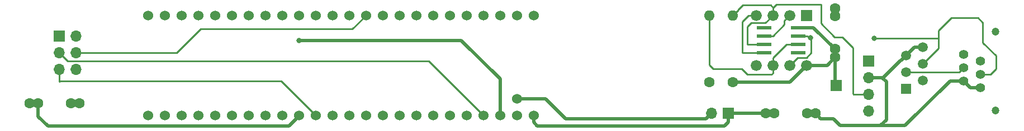
<source format=gbr>
G04 #@! TF.GenerationSoftware,KiCad,Pcbnew,(5.1.5)-3*
G04 #@! TF.CreationDate,2020-08-25T13:18:29+02:00*
G04 #@! TF.ProjectId,DNMS,444e4d53-2e6b-4696-9361-645f70636258,0.9.0*
G04 #@! TF.SameCoordinates,Original*
G04 #@! TF.FileFunction,Copper,L1,Top*
G04 #@! TF.FilePolarity,Positive*
%FSLAX46Y46*%
G04 Gerber Fmt 4.6, Leading zero omitted, Abs format (unit mm)*
G04 Created by KiCad (PCBNEW (5.1.5)-3) date 2020-08-25 13:18:29*
%MOMM*%
%LPD*%
G04 APERTURE LIST*
%ADD10C,1.400000*%
%ADD11C,1.200000*%
%ADD12R,1.520000X1.520000*%
%ADD13C,1.520000*%
%ADD14C,1.530000*%
%ADD15C,1.524000*%
%ADD16R,1.700000X1.700000*%
%ADD17R,2.200000X0.600000*%
%ADD18C,1.600000*%
%ADD19O,1.700000X1.700000*%
%ADD20R,1.676400X1.676400*%
%ADD21C,1.676400*%
%ADD22O,1.600000X1.600000*%
%ADD23C,0.800000*%
%ADD24C,0.250000*%
%ADD25C,0.500000*%
G04 APERTURE END LIST*
D10*
X203762480Y-82748280D03*
X206302480Y-83768280D03*
X203762480Y-84788280D03*
X206302480Y-85808280D03*
X203762480Y-86828280D03*
X206302480Y-87848280D03*
D11*
X208602480Y-91298280D03*
X208602480Y-79298280D03*
D12*
X195064380Y-87988140D03*
D13*
X197604380Y-86718140D03*
X195064380Y-85448140D03*
X197604380Y-84178140D03*
X195064380Y-82908140D03*
X197604380Y-81638140D03*
D14*
X138645800Y-76809600D03*
X136105800Y-76809600D03*
X133565800Y-76809600D03*
X131025800Y-76809600D03*
X128485800Y-76809600D03*
X125945800Y-76809600D03*
X123405800Y-76809600D03*
X120865800Y-76809600D03*
X118325800Y-76809600D03*
X115785800Y-76809600D03*
X113245800Y-76809600D03*
X110705800Y-76809600D03*
X108165800Y-76809600D03*
X105625800Y-76809600D03*
X103085800Y-76809600D03*
X100545800Y-76809600D03*
X105625800Y-92049600D03*
X108165800Y-92049600D03*
X110705800Y-92049600D03*
X113245800Y-92049600D03*
X115785800Y-92049600D03*
X118325800Y-92049600D03*
X120865800Y-92049600D03*
X123405800Y-92049600D03*
X125945800Y-92049600D03*
X128485800Y-92049600D03*
X131025800Y-92049600D03*
X133565800Y-92049600D03*
X136105800Y-92049600D03*
X138645800Y-92049600D03*
X98005800Y-76809600D03*
X95465800Y-76809600D03*
X92925800Y-76809600D03*
X90385800Y-76809600D03*
X87845800Y-76809600D03*
X85305800Y-76809600D03*
X82765800Y-76809600D03*
X80225800Y-76809600D03*
X103085800Y-92049600D03*
X100545800Y-92049600D03*
X98005800Y-92049600D03*
X80225800Y-92049600D03*
X82765800Y-92049600D03*
X85305800Y-92049600D03*
X87845800Y-92049600D03*
X90385800Y-92049600D03*
X92925800Y-92049600D03*
X95465800Y-92049600D03*
D15*
X136105800Y-89509600D03*
D16*
X184429400Y-87477600D03*
D17*
X178749000Y-82473800D03*
X178749000Y-81203800D03*
X178749000Y-78663800D03*
X173549000Y-82473800D03*
X173549000Y-81203800D03*
X173549000Y-78663800D03*
X178749000Y-79933800D03*
X173549000Y-79933800D03*
D18*
X180062200Y-91770200D03*
X175062200Y-91770200D03*
X173812200Y-91770200D03*
X181312200Y-91770200D03*
X184327800Y-76960400D03*
X184327800Y-81960400D03*
X184327800Y-83210400D03*
X184327800Y-75710400D03*
X63549200Y-90227400D03*
X68549200Y-90227400D03*
X69799200Y-90227400D03*
X62299200Y-90227400D03*
D19*
X69342000Y-85090000D03*
X66802000Y-85090000D03*
X69342000Y-82550000D03*
X66802000Y-82550000D03*
X69342000Y-80010000D03*
D16*
X66802000Y-80010000D03*
D19*
X189414400Y-91363800D03*
X189414400Y-88823800D03*
X189414400Y-86283800D03*
D16*
X189414400Y-83743800D03*
D19*
X165588400Y-91744800D03*
D16*
X168128400Y-91744800D03*
D20*
X179986000Y-76808000D03*
D21*
X177446000Y-76808000D03*
X174906000Y-76808000D03*
X172366000Y-76808000D03*
X172366000Y-84428000D03*
X174906000Y-84428000D03*
X177446000Y-84428000D03*
X179986000Y-84428000D03*
D22*
X165254000Y-76808000D03*
D18*
X165254000Y-86968000D03*
D22*
X168810000Y-76808000D03*
D18*
X168810000Y-86968000D03*
D23*
X103073200Y-80619600D03*
X180568600Y-80264000D03*
X190189400Y-80289400D03*
D24*
X171180607Y-76808000D02*
X170230800Y-77757807D01*
X172366000Y-76808000D02*
X171180607Y-76808000D01*
X170230800Y-77757807D02*
X170230800Y-82473800D01*
X170230800Y-82473800D02*
X173549000Y-82473800D01*
D25*
X103085800Y-92113200D02*
X103085800Y-92049600D01*
X65046790Y-93724990D02*
X65760600Y-93724990D01*
X63549200Y-92227400D02*
X65046790Y-93724990D01*
X103085800Y-92176600D02*
X101549200Y-93713200D01*
X85675010Y-93724990D02*
X65046790Y-93724990D01*
X101485800Y-93726000D02*
X85750400Y-93726000D01*
X204782480Y-87848280D02*
X206302480Y-87848280D01*
X203762480Y-86828280D02*
X204782480Y-87848280D01*
X192051940Y-92758260D02*
X192051940Y-86951820D01*
X181312200Y-91770200D02*
X182112199Y-92570199D01*
X191383920Y-86283800D02*
X189414400Y-86283800D01*
X185059320Y-93616780D02*
X191193420Y-93616780D01*
X184012739Y-92570199D02*
X185059320Y-93616780D01*
X182112199Y-92570199D02*
X184012739Y-92570199D01*
X191193420Y-93616780D02*
X192051940Y-92758260D01*
X196334380Y-81638140D02*
X195064380Y-82908140D01*
X197604380Y-81638140D02*
X196334380Y-81638140D01*
X191193420Y-93616780D02*
X194922140Y-93616780D01*
X201710640Y-86828280D02*
X203762480Y-86828280D01*
X194922140Y-93616780D02*
X201710640Y-86828280D01*
X195064380Y-82908140D02*
X194304381Y-83668139D01*
X194218021Y-83668139D02*
X191493140Y-86393020D01*
X194304381Y-83668139D02*
X194218021Y-83668139D01*
X192051940Y-86951820D02*
X191493140Y-86393020D01*
X191493140Y-86393020D02*
X191383920Y-86283800D01*
X63549200Y-92227400D02*
X63549200Y-90227400D01*
X177446000Y-86968000D02*
X179986000Y-84428000D01*
X168810000Y-86968000D02*
X177446000Y-86968000D01*
X183110200Y-84428000D02*
X184327800Y-83210400D01*
X179986000Y-84428000D02*
X183110200Y-84428000D01*
X181031200Y-78663800D02*
X178749000Y-78663800D01*
X184327800Y-81960400D02*
X181031200Y-78663800D01*
X184327800Y-87376000D02*
X184429400Y-87477600D01*
X184327800Y-83210400D02*
X184327800Y-87376000D01*
X103073200Y-80619600D02*
X127660400Y-80619600D01*
X133565800Y-86525000D02*
X133565800Y-92049600D01*
X127660400Y-80619600D02*
X133565800Y-86525000D01*
X184327800Y-81960400D02*
X184327800Y-83210400D01*
X139209317Y-93694990D02*
X163183010Y-93694990D01*
X138645800Y-93131473D02*
X139209317Y-93694990D01*
X138645800Y-92049600D02*
X138645800Y-93131473D01*
X168153800Y-91770200D02*
X168128400Y-91744800D01*
X173812200Y-91770200D02*
X168153800Y-91770200D01*
X168128400Y-91744800D02*
X168128400Y-93094800D01*
X167498210Y-93724990D02*
X162737800Y-93724990D01*
X168128400Y-93094800D02*
X167498210Y-93724990D01*
X173812200Y-91770200D02*
X175062200Y-91770200D01*
D24*
X180099000Y-79933800D02*
X180670200Y-80505000D01*
X178749000Y-79933800D02*
X180099000Y-79933800D01*
X178609201Y-83264799D02*
X178284199Y-83589801D01*
X179943003Y-83264799D02*
X178609201Y-83264799D01*
X180670200Y-82537602D02*
X179943003Y-83264799D01*
X178284199Y-83589801D02*
X177446000Y-84428000D01*
X180670200Y-80505000D02*
X180670200Y-80505000D01*
X180670200Y-80505000D02*
X180670200Y-80505000D01*
X180670200Y-80505000D02*
X180670200Y-82537602D01*
X190189400Y-80289400D02*
X199903080Y-80289400D01*
X199903080Y-80289400D02*
X199936100Y-80322420D01*
X199936100Y-81846420D02*
X197604380Y-84178140D01*
X199936100Y-80322420D02*
X199936100Y-81846420D01*
X207843660Y-85808280D02*
X206302480Y-85808280D01*
X208678780Y-82961480D02*
X208678780Y-84973160D01*
X206667100Y-80949800D02*
X208678780Y-82961480D01*
X199936100Y-79169260D02*
X201884280Y-77221080D01*
X201884280Y-77221080D02*
X205940660Y-77221080D01*
X206667100Y-77947520D02*
X206667100Y-80949800D01*
X208678780Y-84973160D02*
X207843660Y-85808280D01*
X199936100Y-80322420D02*
X199936100Y-79169260D01*
X205940660Y-77221080D02*
X206667100Y-77947520D01*
X174899000Y-79933800D02*
X173549000Y-79933800D01*
X176607801Y-78224999D02*
X174899000Y-79933800D01*
X176607801Y-77646199D02*
X176607801Y-78224999D01*
X177446000Y-76808000D02*
X176607801Y-77646199D01*
X203102620Y-85448140D02*
X203762480Y-84788280D01*
X195064380Y-85448140D02*
X203102620Y-85448140D01*
X165254000Y-84377200D02*
X165254000Y-76808000D01*
X165814400Y-84937600D02*
X165254000Y-84377200D01*
X174906000Y-85613393D02*
X174667393Y-85852000D01*
X174906000Y-84428000D02*
X174906000Y-85613393D01*
X170129200Y-84937600D02*
X165814400Y-84937600D01*
X174667393Y-85852000D02*
X171043600Y-85852000D01*
X171043600Y-85852000D02*
X170129200Y-84937600D01*
X174906000Y-83242607D02*
X176944807Y-81203800D01*
X177399000Y-81203800D02*
X178749000Y-81203800D01*
X176944807Y-81203800D02*
X177399000Y-81203800D01*
X174906000Y-84428000D02*
X174906000Y-83242607D01*
X169609999Y-76008001D02*
X169609999Y-75982601D01*
X168810000Y-76808000D02*
X169609999Y-76008001D01*
X174906000Y-75622607D02*
X174906000Y-76808000D01*
X174543593Y-75260200D02*
X174906000Y-75622607D01*
X169559199Y-76033401D02*
X170332400Y-75260200D01*
X170332400Y-75260200D02*
X174543593Y-75260200D01*
X187072009Y-88818209D02*
X187077600Y-88823800D01*
X187077600Y-88823800D02*
X189414400Y-88823800D01*
X175395407Y-75133200D02*
X182143400Y-75133200D01*
X174906000Y-75622607D02*
X175395407Y-75133200D01*
X182143400Y-75133200D02*
X182143400Y-78054200D01*
X182143400Y-78054200D02*
X184251600Y-80162400D01*
X173742799Y-77971201D02*
X171609199Y-77971201D01*
X174906000Y-76808000D02*
X173742799Y-77971201D01*
X171609199Y-77971201D02*
X171018200Y-78562200D01*
X171018200Y-78562200D02*
X171018200Y-81178400D01*
X171043600Y-81203800D02*
X173549000Y-81203800D01*
X171018200Y-81178400D02*
X171043600Y-81203800D01*
X185427620Y-80162400D02*
X187037980Y-81772760D01*
X184251600Y-80162400D02*
X185427620Y-80162400D01*
X187037980Y-88784180D02*
X187077600Y-88823800D01*
X187037980Y-81772760D02*
X187037980Y-88784180D01*
X66802000Y-85090000D02*
X66802000Y-86893400D01*
X66802000Y-86893400D02*
X66852800Y-86842600D01*
X100418800Y-86842600D02*
X105625800Y-92049600D01*
X66852800Y-86842600D02*
X100418800Y-86842600D01*
X66802000Y-82550000D02*
X66878200Y-82550000D01*
X122770800Y-83794600D02*
X131025800Y-92049600D01*
X66802000Y-82550000D02*
X68046600Y-83794600D01*
X68046600Y-83794600D02*
X122770800Y-83794600D01*
X69342000Y-82550000D02*
X84582000Y-82550000D01*
X84582000Y-82550000D02*
X88239600Y-78892400D01*
X111163000Y-78892400D02*
X113245800Y-76809600D01*
X88239600Y-78892400D02*
X111163000Y-78892400D01*
D25*
X140436600Y-89509600D02*
X136105800Y-89509600D01*
X143521799Y-92594799D02*
X140436600Y-89509600D01*
X164738401Y-92594799D02*
X143521799Y-92594799D01*
X165588400Y-91744800D02*
X164738401Y-92594799D01*
M02*

</source>
